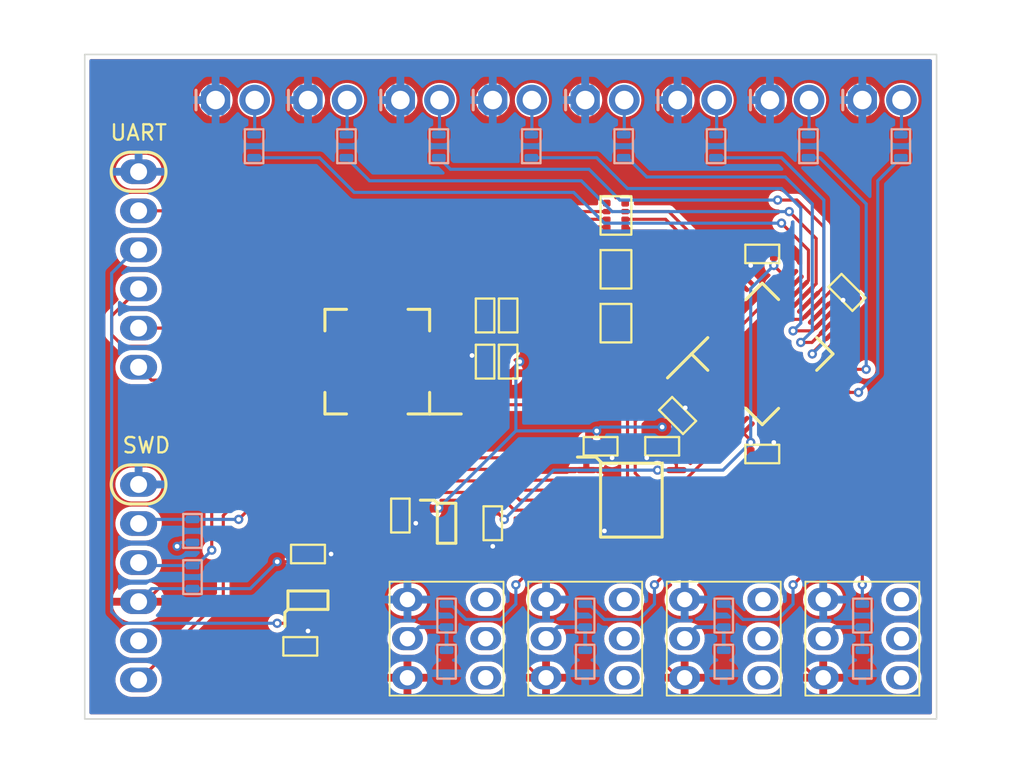
<source format=kicad_pcb>
(kicad_pcb (version 20211014) (generator pcbnew)
  (layers (0 "F.Cu" signal) (31 "B.Cu" signal) (34 "B.Paste" user) (35 "F.Paste" user) (36 "B.SilkS" user "B.Silkscreen") (37 "F.SilkS" user "F.Silkscreen") (38 "B.Mask" user) (39 "F.Mask" user) (44 "Edge.Cuts" user))
  (net 0 "")
  (net 1 "+5V")
  (net 2 "GND")
  (net 3 "VCC")
  (net 4 "+1V8")
  (net 5 "/~{RST}")
  (net 6 "Net-(C14-Pad1)")
  (net 7 "Net-(C15-Pad1)")
  (net 8 "Net-(C16-Pad1)")
  (net 9 "Net-(C17-Pad1)")
  (net 10 "Net-(D1-Pad2)")
  (net 11 "Net-(D2-Pad2)")
  (net 12 "Net-(D3-Pad2)")
  (net 13 "Net-(D4-Pad2)")
  (net 14 "Net-(D5-Pad2)")
  (net 15 "Net-(D6-Pad2)")
  (net 16 "Net-(D7-Pad2)")
  (net 17 "Net-(D8-Pad2)")
  (net 18 "/RTS_{OUT}")
  (net 19 "/RX_{IN}")
  (net 20 "/TX_{OUT}")
  (net 21 "/CTS_{IN}")
  (net 22 "/SWCLK")
  (net 23 "/SWDIO")
  (net 25 "/D0")
  (net 26 "/D1")
  (net 27 "/D2")
  (net 28 "/D3")
  (net 29 "/D4")
  (net 30 "/D5")
  (net 31 "/D6")
  (net 32 "/D7")
  (net 33 "/~{S1}")
  (net 34 "/~{S2}")
  (net 35 "/~{S3}")
  (net 36 "/~{S4}")
  (net 37 "/TCK")
  (net 38 "/TMS")
  (net 39 "/TDI")
  (net 40 "/TDO")
  (net 41 "Net-(U1-Pad10)")
  (net 42 "Net-(U1-Pad11)")
  (net 43 "Net-(U1-Pad12)")
  (net 44 "Net-(U1-Pad13)")
  (net 68 "/A0")
  (net 70 "/A1")
  (net 71 "/RB14")
  (net 72 "/A2")
  (net 73 "/RB13")
  (net 74 "/A3")
  (net 75 "/RB12")
  (net 76 "/A4")
  (net 78 "/CLK0")
  (net 79 "/RA0")
  (net 80 "/B12")
  (net 81 "/RCLK0")
  (net 82 "/B13")
  (net 83 "/RCLK3")
  (net 84 "/B14")
  (net 85 "/RB15")
  (net 86 "/B15")
  (net 87 "/RA4")
  (net 88 "/CLK3")
  (net 89 "/RA3")
  (net 90 "/RA2")
  (net 91 "/RA1")
  (footprint "footprints:SW_DIP-6" (layer "F.Cu") (at 188 104 -90)
    (fp_text reference "SW2" hide)
    (fp_text value "SPDT")
  )
  (footprint "footprints:R_0603" (layer "F.Cu") (at 181.5 83 -90)
    (fp_text reference "R17")
    (fp_text value "100k")
  )
  (footprint "footprints:header_1x6" (layer "F.Cu") (at 159 100.33)
    (fp_text reference "J2" hide)
    (fp_text value "SWD")
  )
  (footprint "footprints:SW_DIP-6" (layer "F.Cu") (at 197 104 -90)
    (fp_text reference "SW3" hide)
    (fp_text value "SPDT")
  )
  (footprint "footprints:C_0603" (layer "F.Cu") (at 199.5 92)
    (fp_text reference "C9")
    (fp_text value "22n")
  )
  (footprint "footprints:C_0603" (layer "F.Cu") (at 182 96.5 -90)
    (fp_text reference "C8")
    (fp_text value "1")
  )
  (footprint "footprints:U_TSSOP-14_4.4x5_P0.65" (layer "F.Cu") (at 191 95 -90)
    (fp_text reference "U1" hide)
    (fp_text value "TXU0304")
  )
  (footprint "footprints:C_0603" (layer "F.Cu") (at 193 91.5 180)
    (fp_text reference "C3")
    (fp_text value "22n")
  )
  (footprint "footprints:header_1x6" (layer "F.Cu") (at 159 80.01)
    (fp_text reference "J1" hide)
    (fp_text value "UART")
  )
  (footprint "footprints:LED_D5.0mm" (layer "F.Cu") (at 170 69)
    (fp_text reference "D7" hide)
    (fp_text value "LED" hide)
  )
  (footprint "footprints:C_0603" (layer "F.Cu") (at 189 91.5)
    (fp_text reference "C2")
    (fp_text value "22n")
  )
  (footprint "footprints:LED_D5.0mm" (layer "F.Cu") (at 164 69)
    (fp_text reference "D8" hide)
    (fp_text value "LED" hide)
  )
  (footprint "footprints:R_0408-8" (layer "F.Cu") (at 190 83.5)
    (fp_text reference "R11")
    (fp_text value "RN4")
  )
  (footprint "footprints:U_SOT23-5" (layer "F.Cu") (at 170 101.5 90)
    (fp_text reference "U2" hide)
    (fp_text value "MIC5504-3.3YM5")
  )
  (footprint "footprints:R_0408-8" (layer "F.Cu") (at 190 76.5)
    (fp_text reference "R1")
    (fp_text value "RN4")
  )
  (footprint "footprints:U_QFP-48_7x7_P0.5" (layer "F.Cu") (at 199.5 85.5 45)
    (fp_text reference "U4" hide)
    (fp_text value "LC4032x-T48")
  )
  (footprint "footprints:R_0408-8" (layer "F.Cu") (at 190 80)
    (fp_text reference "R10")
    (fp_text value "RN4")
  )
  (footprint "footprints:C_0603" (layer "F.Cu") (at 169.5 104.5)
    (fp_text reference "C1")
    (fp_text value "1")
  )
  (footprint "footprints:LED_D5.0mm" (layer "F.Cu") (at 182 69)
    (fp_text reference "D5" hide)
    (fp_text value "LED" hide)
  )
  (footprint "footprints:C_0603" (layer "F.Cu") (at 199.5 79 180)
    (fp_text reference "C7")
    (fp_text value "22n")
  )
  (footprint "footprints:LED_D5.0mm" (layer "F.Cu") (at 176 69)
    (fp_text reference "D6" hide)
    (fp_text value "LED" hide)
  )
  (footprint "footprints:C_0603" (layer "F.Cu") (at 170 98.5)
    (fp_text reference "C4")
    (fp_text value "1")
  )
  (footprint "footprints:C_0603" (layer "F.Cu") (at 183 83 90)
    (fp_text reference "C11")
    (fp_text value "22n")
  )
  (footprint "footprints:C_0603" (layer "F.Cu") (at 183 86 90)
    (fp_text reference "C13")
    (fp_text value "22n")
  )
  (footprint "footprints:C_0603" (layer "F.Cu") (at 205 81.5 -45)
    (fp_text reference "C6")
    (fp_text value "22n")
  )
  (footprint "footprints:C_0603" (layer "F.Cu") (at 181.5 86 90)
    (fp_text reference "C12")
    (fp_text value "22n")
  )
  (footprint "footprints:C_0603" (layer "F.Cu") (at 176 96 -90)
    (fp_text reference "C5")
    (fp_text value "1")
  )
  (footprint "footprints:LED_D5.0mm" (layer "F.Cu") (at 206 69)
    (fp_text reference "D1" hide)
    (fp_text value "LED" hide)
  )
  (footprint "footprints:SW_DIP-6" (layer "F.Cu") (at 179 104 -90)
    (fp_text reference "SW1" hide)
    (fp_text value "SPDT")
  )
  (footprint "footprints:LED_D5.0mm" (layer "F.Cu") (at 194 69)
    (fp_text reference "D3" hide)
    (fp_text value "LED" hide)
  )
  (footprint "footprints:U_QFP-32_7x7_P0.8" (layer "F.Cu") (at 174.5 86 180)
    (fp_text reference "U5" hide)
    (fp_text value "STM32G030K8T6")
  )
  (footprint "footprints:SW_DIP-6" (layer "F.Cu") (at 206 104 -90)
    (fp_text reference "SW4" hide)
    (fp_text value "SPDT")
  )
  (footprint "footprints:LED_D5.0mm" (layer "F.Cu") (at 200 69)
    (fp_text reference "D2" hide)
    (fp_text value "LED" hide)
  )
  (footprint "footprints:U_SOT23-5" (layer "F.Cu") (at 179 96.5)
    (fp_text reference "U3" hide)
    (fp_text value "MIC5504-1.8YM5")
  )
  (footprint "footprints:C_0603" (layer "F.Cu") (at 194 89.5 135)
    (fp_text reference "C10")
    (fp_text value "22n")
  )
  (footprint "footprints:LED_D5.0mm" (layer "F.Cu") (at 188 69)
    (fp_text reference "D4" hide)
    (fp_text value "LED" hide)
  )
  (footprint "footprints:R_0603" (layer "B.Cu") (at 172.5 72 -90)
    (fp_text reference "R8")
    (fp_text value "1k")
  )
  (footprint "footprints:C_0603" (layer "B.Cu") (at 197 105.5 -90)
    (fp_text reference "C16")
    (fp_text value "22n")
  )
  (footprint "footprints:C_0603" (layer "B.Cu") (at 206 105.5 -90)
    (fp_text reference "C17")
    (fp_text value "22n")
  )
  (footprint "footprints:R_0603" (layer "B.Cu") (at 188 102.5 90)
    (fp_text reference "R14")
    (fp_text value "1k")
  )
  (footprint "footprints:R_0603" (layer "B.Cu") (at 162.5 97 90)
    (fp_text reference "R19")
    (fp_text value "100k")
  )
  (footprint "footprints:R_0603" (layer "B.Cu") (at 196.5 72 -90)
    (fp_text reference "R4")
    (fp_text value "1k")
  )
  (footprint "footprints:R_0603" (layer "B.Cu") (at 206 102.5 90)
    (fp_text reference "R16")
    (fp_text value "1k")
  )
  (footprint "footprints:R_0603" (layer "B.Cu") (at 208.5 72 -90)
    (fp_text reference "R2")
    (fp_text value "1k")
  )
  (footprint "footprints:R_0603" (layer "B.Cu") (at 178.5 72 -90)
    (fp_text reference "R7")
    (fp_text value "1k")
  )
  (footprint "footprints:R_0603" (layer "B.Cu") (at 197 102.5 90)
    (fp_text reference "R15")
    (fp_text value "1k")
  )
  (footprint "footprints:R_0603" (layer "B.Cu") (at 184.5 72 -90)
    (fp_text reference "R6")
    (fp_text value "1k")
  )
  (footprint "footprints:R_0603" (layer "B.Cu") (at 162.5 100 90)
    (fp_text reference "R18")
    (fp_text value "100k")
  )
  (footprint "footprints:R_0603" (layer "B.Cu") (at 190.5 72 -90)
    (fp_text reference "R5")
    (fp_text value "1k")
  )
  (footprint "footprints:R_0603" (layer "B.Cu") (at 179 102.5 90)
    (fp_text reference "R13")
    (fp_text value "1k")
  )
  (footprint "footprints:R_0603" (layer "B.Cu") (at 202.5 72 -90)
    (fp_text reference "R3")
    (fp_text value "1k")
  )
  (footprint "footprints:C_0603" (layer "B.Cu") (at 188 105.5 -90)
    (fp_text reference "C15")
    (fp_text value "22n")
  )
  (footprint "footprints:R_0603" (layer "B.Cu") (at 166.5 72 -90)
    (fp_text reference "R9")
    (fp_text value "1k")
  )
  (footprint "footprints:C_0603" (layer "B.Cu") (at 179 105.5 -90)
    (fp_text reference "C14")
    (fp_text value "22n")
  )
  (gr_rect (start 155.5 66.04) (end 210.82 109.22) (layer "Edge.Cuts") (width 0.1) (fill none))
  (segment (start 168 103) (end 168.85 103) (width 0.2032) (layer "F.Cu") (net 1))
  (segment (start 169.05 101.95) (end 169.05 102.8) (width 0.2032) (layer "F.Cu") (net 1))
  (segment (start 170.5 101.5) (end 169.5 101.5) (width 0.2032) (layer "F.Cu") (net 1))
  (segment (start 168.85 103) (end 169.05 102.8) (width 0.2032) (layer "F.Cu") (net 1))
  (segment (start 169.5 101.5) (end 169.05 101.95) (width 0.2032) (layer "F.Cu") (net 1))
  (segment (start 168.75 103.1) (end 168.75 104.5) (width 0.2032) (layer "F.Cu") (net 1))
  (segment (start 170.95 102.8) (end 170.95 101.95) (width 0.2032) (layer "F.Cu") (net 1))
  (segment (start 170.95 101.95) (end 170.5 101.5) (width 0.2032) (layer "F.Cu") (net 1))
  (segment (start 169.05 102.8) (end 168.75 103.1) (width 0.2032) (layer "F.Cu") (net 1))
  (via (at 168 103) (size 0.6) (drill 0.3) (layers "F.Cu" "B.Cu") (net 1))
  (segment (start 158.76 78.74) (end 157.25 80.25) (width 0.2032) (layer "B.Cu") (net 1))
  (segment (start 158 103) (end 168 103) (width 0.2032) (layer "B.Cu") (net 1))
  (segment (start 157.25 80.25) (end 157.25 102.25) (width 0.2032) (layer "B.Cu") (net 1))
  (segment (start 157.25 102.25) (end 158 103) (width 0.2032) (layer "B.Cu") (net 1))
  (segment (start 159 78.74) (end 158.76 78.74) (width 0.2032) (layer "B.Cu") (net 1))
  (segment (start 181.5 85.25) (end 183 85.25) (width 0.2032) (layer "F.Cu") (net 2))
  (segment (start 200.25 92) (end 200.25 91.25) (width 0.2032) (layer "F.Cu") (net 2))
  (segment (start 205.53033 82.03033) (end 204.78033 82.03033) (width 0.2032) (layer "F.Cu") (net 2))
  (segment (start 177.7 96.5) (end 177 96.5) (width 0.2032) (layer "F.Cu") (net 2))
  (segment (start 170 102.8) (end 170 103.5) (width 0.2032) (layer "F.Cu") (net 2))
  (segment (start 184 83) (end 184 84.25) (width 0.2032) (layer "F.Cu") (net 2))
  (segment (start 200.737437 90.626524) (end 200.737437 90.762563) (width 0.2032) (layer "F.Cu") (net 2))
  (segment (start 184 84.25) (end 183 85.25) (width 0.2032) (layer "F.Cu") (net 2))
  (segment (start 204.75 82) (end 204.060661 82) (width 0.2032) (layer "F.Cu") (net 2))
  (segment (start 198.75 79) (end 198.75 79.75) (width 0.2032) (layer "F.Cu") (net 2))
  (segment (start 176.75 96.75) (end 177 96.5) (width 0.2032) (layer "F.Cu") (net 2))
  (segment (start 183.25 82.25) (end 184 83) (width 0.2032) (layer "F.Cu") (net 2))
  (segment (start 181 85.25) (end 180.65 85.6) (width 0.2032) (layer "F.Cu") (net 2))
  (segment (start 193.46967 88.96967) (end 194.46967 88.96967) (width 0.2032) (layer "F.Cu") (net 2))
  (segment (start 170.25 103.75) (end 170.25 104.5) (width 0.2032) (layer "F.Cu") (net 2))
  (segment (start 176 96.75) (end 176.75 96.75) (width 0.2032) (layer "F.Cu") (net 2))
  (segment (start 198.262563 80.373476) (end 198.262563 80.237437) (width 0.2032) (layer "F.Cu") (net 2))
  (segment (start 204.78033 82.03033) (end 204.75 82) (width 0.2032) (layer "F.Cu") (net 2))
  (segment (start 194.46967 88.96967) (end 194.5 89) (width 0.2032) (layer "F.Cu") (net 2))
  (segment (start 181.5 85.25) (end 181 85.25) (width 0.2032) (layer "F.Cu") (net 2))
  (segment (start 192.25 92) (end 192.25 91.5) (width 0.2032) (layer "F.Cu") (net 2))
  (segment (start 188.125 97) (end 188.075 96.95) (width 0.2032) (layer "F.Cu") (net 2))
  (segment (start 194.939339 89) (end 194.5 89) (width 0.2032) (layer "F.Cu") (net 2))
  (segment (start 189.25 97) (end 188.125 97) (width 0.2032) (layer "F.Cu") (net 2))
  (segment (start 170 103.5) (end 170.25 103.75) (width 0.2032) (layer "F.Cu") (net 2))
  (segment (start 182 97.25) (end 182 98) (width 0.2032) (layer "F.Cu") (net 2))
  (segment (start 179.1 85.6) (end 180.65 85.6) (width 0.2032) (layer "F.Cu") (net 2))
  (segment (start 192 92.25) (end 192.25 92) (width 0.2032) (layer "F.Cu") (net 2))
  (segment (start 170.75 98.5) (end 171.5 98.5) (width 0.2032) (layer "F.Cu") (net 2))
  (segment (start 198.262563 80.237437) (end 198.75 79.75) (width 0.2032) (layer "F.Cu") (net 2))
  (segment (start 200.737437 90.762563) (end 200.25 91.25) (width 0.2032) (layer "F.Cu") (net 2))
  (segment (start 183 82.25) (end 183.25 82.25) (width 0.2032) (layer "F.Cu") (net 2))
  (segment (start 195.787689 88.15165) (end 194.939339 89) (width 0.2032) (layer "F.Cu") (net 2))
  (segment (start 189.75 91.5) (end 189.75 92.25) (width 0.2032) (layer "F.Cu") (net 2))
  (segment (start 204.060661 82) (end 203.212311 82.84835) (width 0.2032) (layer "F.Cu") (net 2))
  (via (at 182 98) (size 0.6) (drill 0.3) (layers "F.Cu" "B.Cu") (net 2))
  (via (at 198.75 79.75) (size 0.6) (drill 0.3) (layers "F.Cu" "B.Cu") (net 2))
  (via (at 177 96.5) (size 0.6) (drill 0.3) (layers "F.Cu" "B.Cu") (net 2))
  (via (at 189.75 92.25) (size 0.6) (drill 0.3) (layers "F.Cu" "B.Cu") (net 2))
  (via (at 171.5 98.5) (size 0.6) (drill 0.3) (layers "F.Cu" "B.Cu") (net 2))
  (via (at 194.5 89) (size 0.6) (drill 0.3) (layers "F.Cu" "B.Cu") (net 2))
  (via (at 180.65 85.6) (size 0.6) (drill 0.3) (layers "F.Cu" "B.Cu") (net 2))
  (via (at 189.25 97) (size 0.6) (drill 0.3) (layers "F.Cu" "B.Cu") (net 2))
  (via (at 170 103.5) (size 0.6) (drill 0.3) (layers "F.Cu" "B.Cu") (net 2))
  (via (at 192 92.25) (size 0.6) (drill 0.3) (layers "F.Cu" "B.Cu") (net 2))
  (via (at 200.25 91.25) (size 0.6) (drill 0.3) (layers "F.Cu" "B.Cu") (net 2))
  (via (at 204.75 82) (size 0.6) (drill 0.3) (layers "F.Cu" "B.Cu") (net 2))
  (segment (start 161.5 99.55) (end 159.45 101.6) (width 0.2032) (layer "F.Cu") (net 3))
  (segment (start 188.075 93.05) (end 188.075 91.675) (width 0.2032) (layer "F.Cu") (net 3))
  (segment (start 202.96 106.54) (end 201.67 105.25) (width 0.2032) (layer "F.Cu") (net 3))
  (segment (start 179.1 86.4) (end 181.15 86.4) (width 0.2032) (layer "F.Cu") (net 3))
  (segment (start 179.5 104) (end 180.75 105.25) (width 0.2032) (layer "F.Cu") (net 3))
  (segment (start 189.75 105.25) (end 188.46 106.54) (width 0.2032) (layer "F.Cu") (net 3))
  (segment (start 185.46 106.54) (end 185.04 106.54) (width 0.2032) (layer "F.Cu") (net 3))
  (segment (start 204.383883 80.96967) (end 204.46967 80.96967) (width 0.2032) (layer "F.Cu") (net 3))
  (segment (start 203.46 106.54) (end 202.96 106.54) (width 0.2032) (layer "F.Cu") (net 3))
  (segment (start 169 99) (end 169.25 98.75) (width 0.2032) (layer "F.Cu") (net 3))
  (segment (start 176 95.25) (end 172.5 95.25) (width 0.2032) (layer "F.Cu") (net 3))
  (segment (start 193 90.25) (end 193.21967 90.03033) (width 0.2032) (layer "F.Cu") (net 3))
  (segment (start 197.21 106.54) (end 194.46 106.54) (width 0.2032) (layer "F.Cu") (net 3))
  (segment (start 202.103553 83.25) (end 200.75 83.25) (width 0.2032) (layer "F.Cu") (net 3))
  (segment (start 182.5 81.5) (end 183.75 81.5) (width 0.2032) (layer "F.Cu") (net 3))
  (segment (start 188.25 91) (end 188.25 91.5) (width 0.2032) (layer "F.Cu") (net 3))
  (segment (start 194.616117 90.03033) (end 194.53033 90.03033) (width 0.2032) (layer "F.Cu") (net 3))
  (segment (start 181.75 82.25) (end 182.5 81.5) (width 0.2032) (layer "F.Cu") (net 3))
  (segment (start 169.05 98.7) (end 169.25 98.5) (width 0.2032) (layer "F.Cu") (net 3))
  (segment (start 177.7 98.45) (end 179.5 100.25) (width 0.2032) (layer "F.Cu") (net 3))
  (segment (start 183.75 105.25) (end 180.75 105.25) (width 0.2032) (layer "F.Cu") (net 3))
  (segment (start 192.75 105.25) (end 189.75 105.25) (width 0.2032) (layer "F.Cu") (net 3))
  (segment (start 184.5 82.25) (end 184.5 85.25) (width 0.2032) (layer "F.Cu") (net 3))
  (segment (start 177.7 97.45) (end 178.55 97.45) (width 0.2032) (layer "F.Cu") (net 3))
  (segment (start 183.75 86) (end 183 86.75) (width 0.2032) (layer "F.Cu") (net 3))
  (segment (start 172.5 95.25) (end 169.25 98.5) (width 0.2032) (layer "F.Cu") (net 3))
  (segment (start 178.55 95.55) (end 177.7 95.55) (width 0.2032) (layer "F.Cu") (net 3))
  (segment (start 194.04 106.54) (end 192.75 105.25) (width 0.2032) (layer "F.Cu") (net 3))
  (segment (start 193.925 96.95) (end 192.95 96.95) (width 0.2032) (layer "F.Cu") (net 3))
  (segment (start 179.5 100.25) (end 179.5 104) (width 0.2032) (layer "F.Cu") (net 3))
  (segment (start 183.75 81.5) (end 184.5 82.25) (width 0.2032) (layer "F.Cu") (net 3))
  (segment (start 198.5 105.25) (end 197.21 106.54) (width 0.2032) (layer "F.Cu") (net 3))
  (segment (start 179 96) (end 178.55 95.55) (width 0.2032) (layer "F.Cu") (net 3))
  (segment (start 181.15 86.4) (end 181.5 86.75) (width 0.2032) (layer "F.Cu") (net 3))
  (segment (start 197.25 87.396447) (end 196.141243 88.505204) (width 0.2032) (layer "F.Cu") (net 3))
  (segment (start 202.858757 82.494796) (end 202.103553 83.25) (width 0.2032) (layer "F.Cu") (net 3))
  (segment (start 180.75 105.25) (end 179.46 106.54) (width 0.2032) (layer "F.Cu") (net 3))
  (segment (start 169.25 98.75) (end 169.25 98.5) (width 0.2032) (layer "F.Cu") (net 3))
  (segment (start 193.21967 90.03033) (end 194.53033 90.03033) (width 0.2032) (layer "F.Cu") (net 3))
  (segment (start 161.5 98) (end 161.5 99.55) (width 0.2032) (layer "F.Cu") (net 3))
  (segment (start 202.858757 82.494796) (end 204.383883 80.96967) (width 0.2032) (layer "F.Cu") (net 3))
  (segment (start 177.4 95.25) (end 177.7 95.55) (width 0.2032) (layer "F.Cu") (net 3))
  (segment (start 178.55 97.45) (end 179 97) (width 0.2032) (layer "F.Cu") (net 3))
  (segment (start 185.04 106.54) (end 183.75 105.25) (width 0.2032) (layer "F.Cu") (net 3))
  (segment (start 179.46 106.54) (end 176.46 106.54) (width 0.2032) (layer "F.Cu") (net 3))
  (segment (start 188.46 106.54) (end 185.46 106.54) (width 0.2032) (layer "F.Cu") (net 3))
  (segment (start 188.75 90.5) (end 188.25 91) (width 0.2032) (layer "F.Cu") (net 3))
  (segment (start 197.25 86.75) (end 197.25 87.396447) (width 0.2032) (layer "F.Cu") (net 3))
  (segment (start 184.5 85.25) (end 183.75 86) (width 0.2032) (layer "F.Cu") (net 3))
  (segment (start 192.95 96.95) (end 189.05 93.05) (width 0.2032) (layer "F.Cu") (net 3))
  (segment (start 169.05 100.2) (end 169.05 98.7) (width 0.2032) (layer "F.Cu") (net 3))
  (segment (start 176 95.25) (end 177.4 95.25) (width 0.2032) (layer "F.Cu") (net 3))
  (segment (start 188.075 91.675) (end 188.25 91.5) (width 0.2032) (layer "F.Cu") (net 3))
  (segment (start 168 99) (end 169 99) (width 0.2032) (layer "F.Cu") (net 3))
  (segment (start 181.5 82.25) (end 181.75 82.25) (width 0.2032) (layer "F.Cu") (net 3))
  (segment (start 200.75 83.25) (end 197.25 86.75) (width 0.2032) (layer "F.Cu") (net 3))
  (segment (start 159.45 101.6) (end 159 101.6) (width 0.2032) (layer "F.Cu") (net 3))
  (segment (start 181.5 86.75) (end 183 86.75) (width 0.2032) (layer "F.Cu") (net 3))
  (segment (start 201.67 105.25) (end 198.5 105.25) (width 0.2032) (layer "F.Cu") (net 3))
  (segment (start 177.7 97.45) (end 177.7 98.45) (width 0.2032) (layer "F.Cu") (net 3))
  (segment (start 189.05 93.05) (end 188.075 93.05) (width 0.2032) (layer "F.Cu") (net 3))
  (segment (start 179 97) (end 179 96) (width 0.2032) (layer "F.Cu") (net 3))
  (segment (start 194.46 106.54) (end 194.04 106.54) (width 0.2032) (layer "F.Cu") (net 3))
  (segment (start 196.141243 88.505204) (end 194.616117 90.03033) (width 0.2032) (layer "F.Cu") (net 3))
  (via (at 161.5 98) (size 0.6) (drill 0.3) (layers "F.Cu" "B.Cu") (net 3))
  (via (at 188.75 90.5) (size 0.6) (drill 0.3) (layers "F.Cu" "B.Cu") (net 3))
  (via (at 178.5 95.5) (size 0.6) (drill 0.3) (layers "F.Cu" "B.Cu") (net 3))
  (via (at 168 99) (size 0.6) (drill 0.3) (layers "F.Cu" "B.Cu") (net 3))
  (via (at 183.75 86) (size 0.6) (drill 0.3) (layers "F.Cu" "B.Cu") (net 3))
  (via (at 193 90.25) (size 0.6) (drill 0.3) (layers "F.Cu" "B.Cu") (net 3))
  (segment (start 188.75 90.5) (end 183.75 90.5) (width 0.2032) (layer "B.Cu") (net 3))
  (segment (start 162.5 97.75) (end 161.75 97.75) (width 0.2032) (layer "B.Cu") (net 3))
  (segment (start 159.85 100.75) (end 159 101.6) (width 0.2032) (layer "B.Cu") (net 3))
  (segment (start 183.5 86.25) (end 183.75 86) (width 0.2032) (layer "B.Cu") (net 3))
  (segment (start 183.75 90.5) (end 183.5 90.5) (width 0.2032) (layer "B.Cu") (net 3))
  (segment (start 183.5 90.5) (end 178.5 95.5) (width 0.2032) (layer "B.Cu") (net 3))
  (segment (start 183.5 90.5) (end 183.5 86.25) (width 0.2032) (layer "B.Cu") (net 3))
  (segment (start 162.5 100.75) (end 166.25 100.75) (width 0.2032) (layer "B.Cu") (net 3))
  (segment (start 166.25 100.75) (end 168 99) (width 0.2032) (layer "B.Cu") (net 3))
  (segment (start 189 90.25) (end 193 90.25) (width 0.2032) (layer "B.Cu") (net 3))
  (segment (start 161.75 97.75) (end 161.5 98) (width 0.2032) (layer "B.Cu") (net 3))
  (segment (start 188.75 90.5) (end 189 90.25) (width 0.2032) (layer "B.Cu") (net 3))
  (segment (start 162.5 100.75) (end 159.85 100.75) (width 0.2032) (layer "B.Cu") (net 3))
  (segment (start 200.737437 80.373476) (end 200.737437 80.237437) (width 0.2032) (layer "F.Cu") (net 4))
  (segment (start 182.25 95.75) (end 182 95.75) (width 0.2032) (layer "F.Cu") (net 4))
  (segment (start 180.3 95.55) (end 182.05 95.55) (width 0.2032) (layer "F.Cu") (net 4))
  (segment (start 193.925 92.675) (end 193.75 92.5) (width 0.2032) (layer "F.Cu") (net 4))
  (segment (start 182.75 96.25) (end 182.25 95.75) (width 0.2032) (layer "F.Cu") (net 4))
  (segment (start 198.75 91.25) (end 198.75 91.113961) (width 0.2032) (layer "F.Cu") (net 4))
  (segment (start 198.75 91.113961) (end 198.262563 90.626524) (width 0.2032) (layer "F.Cu") (net 4))
  (segment (start 193.75 92.5) (end 193.75 91.5) (width 0.2032) (layer "F.Cu") (net 4))
  (segment (start 200.737437 80.237437) (end 200.25 79.75) (width 0.2032) (layer "F.Cu") (net 4))
  (segment (start 182.05 95.55) (end 182.75 96.25) (width 0.2032) (layer "F.Cu") (net 4))
  (segment (start 200.25 79) (end 200.25 79.75) (width 0.2032) (layer "F.Cu") (net 4))
  (segment (start 193.925 93.05) (end 193.925 92.675) (width 0.2032) (layer "F.Cu") (net 4))
  (segment (start 192.7 93.05) (end 193.925 93.05) (width 0.2032) (layer "F.Cu") (net 4))
  (segment (start 198.75 92) (end 198.75 91.25) (width 0.2032) (layer "F.Cu") (net 4))
  (via (at 182.75 96.25) (size 0.6) (drill 0.3) (layers "F.Cu" "B.Cu") (net 4))
  (via (at 200.25 79.75) (size 0.6) (drill 0.3) (layers "F.Cu" "B.Cu") (net 4))
  (via (at 198.75 91.25) (size 0.6) (drill 0.3) (layers "F.Cu" "B.Cu") (net 4))
  (via (at 192.7 93.05) (size 0.6) (drill 0.3) (layers "F.Cu" "B.Cu") (net 4))
  (segment (start 185.95 93.05) (end 192.7 93.05) (width 0.2032) (layer "B.Cu") (net 4))
  (segment (start 198.75 91.25) (end 196.95 93.05) (width 0.2032) (layer "B.Cu") (net 4))
  (segment (start 200.25 79.75) (end 198.75 81.25) (width 0.2032) (layer "B.Cu") (net 4))
  (segment (start 196.95 93.05) (end 192.7 93.05) (width 0.2032) (layer "B.Cu") (net 4))
  (segment (start 198.75 81.25) (end 198.75 91.25) (width 0.2032) (layer "B.Cu") (net 4))
  (segment (start 182.75 96.25) (end 185.95 93.05) (width 0.2032) (layer "B.Cu") (net 4))
  (segment (start 180.2 84.8) (end 179.1 84.8) (width 0.2032) (layer "F.Cu") (net 5))
  (segment (start 159.07 106.68) (end 164.5 101.25) (width 0.2032) (layer "F.Cu") (net 5))
  (segment (start 181.5 83.75) (end 181.25 83.75) (width 0.2032) (layer "F.Cu") (net 5))
  (segment (start 164.5 96) (end 175.7 84.8) (width 0.2032) (layer "F.Cu") (net 5))
  (segment (start 164.5 101.25) (end 164.5 96) (width 0.2032) (layer "F.Cu") (net 5))
  (segment (start 175.7 84.8) (end 179.1 84.8) (width 0.2032) (layer "F.Cu") (net 5))
  (segment (start 183 83.75) (end 181.5 83.75) (width 0.2032) (layer "F.Cu") (net 5))
  (segment (start 159 106.68) (end 159.07 106.68) (width 0.2032) (layer "F.Cu") (net 5))
  (segment (start 181.25 83.75) (end 180.2 84.8) (width 0.2032) (layer "F.Cu") (net 5))
  (segment (start 179 104.75) (end 179 103.25) (width 0.25) (layer "B.Cu") (net 6))
  (segment (start 177.21 103.25) (end 176.46 104) (width 0.25) (layer "B.Cu") (net 6))
  (segment (start 179 103.25) (end 177.21 103.25) (width 0.25) (layer "B.Cu") (net 6))
  (segment (start 186.21 103.25) (end 185.46 104) (width 0.25) (layer "B.Cu") (net 7))
  (segment (start 188 104.75) (end 188 103.25) (width 0.25) (layer "B.Cu") (net 7))
  (segment (start 188 103.25) (end 186.21 103.25) (width 0.25) (layer "B.Cu") (net 7))
  (segment (start 197 103.25) (end 195.21 103.25) (width 0.25) (layer "B.Cu") (net 8))
  (segment (start 195.21 103.25) (end 194.46 104) (width 0.25) (layer "B.Cu") (net 8))
  (segment (start 197 104.75) (end 197 103.25) (width 0.25) (layer "B.Cu") (net 8))
  (segment (start 206 104.75) (end 206 103.25) (width 0.25) (layer "B.Cu") (net 9))
  (segment (start 206 103.25) (end 204.21 103.25) (width 0.25) (layer "B.Cu") (net 9))
  (segment (start 204.21 103.25) (end 203.46 104) (width 0.25) (layer "B.Cu") (net 9))
  (segment (start 208.54 71.21) (end 208.5 71.25) (width 0.2032) (layer "B.Cu") (net 10))
  (segment (start 208.54 69) (end 208.54 71.21) (width 0.2032) (layer "B.Cu") (net 10))
  (segment (start 202.54 69) (end 202.54 71.21) (width 0.2032) (layer "B.Cu") (net 11))
  (segment (start 202.54 71.21) (end 202.5 71.25) (width 0.2032) (layer "B.Cu") (net 11))
  (segment (start 196.54 69) (end 196.54 71.21) (width 0.2032) (layer "B.Cu") (net 12))
  (segment (start 196.54 71.21) (end 196.5 71.25) (width 0.2032) (layer "B.Cu") (net 12))
  (segment (start 190.54 71.21) (end 190.5 71.25) (width 0.2032) (layer "B.Cu") (net 13))
  (segment (start 190.54 69) (end 190.54 71.21) (width 0.2032) (layer "B.Cu") (net 13))
  (segment (start 184.54 71.21) (end 184.5 71.25) (width 0.2032) (layer "B.Cu") (net 14))
  (segment (start 184.54 69) (end 184.54 71.21) (width 0.2032) (layer "B.Cu") (net 14))
  (segment (start 178.54 71.21) (end 178.5 71.25) (width 0.2032) (layer "B.Cu") (net 15))
  (segment (start 178.54 69) (end 178.54 71.21) (width 0.2032) (layer "B.Cu") (net 15))
  (segment (start 172.54 69) (end 172.54 71.21) (width 0.2032) (layer "B.Cu") (net 16))
  (segment (start 172.54 71.21) (end 172.5 71.25) (width 0.2032) (layer "B.Cu") (net 16))
  (segment (start 166.54 71.21) (end 166.5 71.25) (width 0.2032) (layer "B.Cu") (net 17))
  (segment (start 166.54 69) (end 166.54 71.21) (width 0.2032) (layer "B.Cu") (net 17))
  (segment (start 169.9 88) (end 171.25 88) (width 0.2032) (layer "F.Cu") (net 18))
  (segment (start 171.25 88) (end 171.75 87.5) (width 0.2032) (layer "F.Cu") (net 18))
  (segment (start 171.75 87.5) (end 171.75 83.25) (width 0.2032) (layer "F.Cu") (net 18))
  (segment (start 164.7 76.2) (end 159 76.2) (width 0.2032) (layer "F.Cu") (net 18))
  (segment (start 171.75 83.25) (end 164.7 76.2) (width 0.2032) (layer "F.Cu") (net 18))
  (segment (start 158 85) (end 157.25 84.25) (width 0.2032) (layer "F.Cu") (net 19))
  (segment (start 162 85) (end 158 85) (width 0.2032) (layer "F.Cu") (net 19))
  (segment (start 157.25 83.03) (end 159 81.28) (width 0.2032) (layer "F.Cu") (net 19))
  (segment (start 169.9 86.4) (end 163.4 86.4) (width 0.2032) (layer "F.Cu") (net 19))
  (segment (start 157.25 84.25) (end 157.25 83.03) (width 0.2032) (layer "F.Cu") (net 19))
  (segment (start 163.4 86.4) (end 162 85) (width 0.2032) (layer "F.Cu") (net 19))
  (segment (start 163.3 84.8) (end 162.32 83.82) (width 0.2032) (layer "F.Cu") (net 20))
  (segment (start 169.9 84.8) (end 163.3 84.8) (width 0.2032) (layer "F.Cu") (net 20))
  (segment (start 162.32 83.82) (end 159 83.82) (width 0.2032) (layer "F.Cu") (net 20))
  (segment (start 169.9 87.2) (end 159.84 87.2) (width 0.2032) (layer "F.Cu") (net 21))
  (segment (start 159.84 87.2) (end 159 86.36) (width 0.2032) (layer "F.Cu") (net 21))
  (segment (start 165.5 96.25) (end 171.15 90.6) (width 0.2032) (layer "F.Cu") (net 22))
  (segment (start 171.15 90.6) (end 171.7 90.6) (width 0.2032) (layer "F.Cu") (net 22))
  (via (at 165.5 96.25) (size 0.6) (drill 0.3) (layers "F.Cu" "B.Cu") (net 22))
  (segment (start 165.5 96.25) (end 162.5 96.25) (width 0.2032) (layer "B.Cu") (net 22))
  (segment (start 162.5 96.25) (end 159.27 96.25) (width 0.2032) (layer "B.Cu") (net 22))
  (segment (start 159.27 96.25) (end 159 96.52) (width 0.2032) (layer "B.Cu") (net 22))
  (segment (start 163.75 95.5) (end 169.9 89.35) (width 0.2032) (layer "F.Cu") (net 23))
  (segment (start 163.75 98.25) (end 163.75 95.5) (width 0.2032) (layer "F.Cu") (net 23))
  (segment (start 169.9 89.35) (end 169.9 88.8) (width 0.2032) (layer "F.Cu") (net 23))
  (via (at 163.75 98.25) (size 0.6) (drill 0.3) (layers "F.Cu" "B.Cu") (net 23))
  (segment (start 162.5 99.25) (end 159.19 99.25) (width 0.2032) (layer "B.Cu") (net 23))
  (segment (start 163.75 98.25) (end 162.75 99.25) (width 0.2032) (layer "B.Cu") (net 23))
  (segment (start 159.19 99.25) (end 159 99.06) (width 0.2032) (layer "B.Cu") (net 23))
  (segment (start 162.75 99.25) (end 162.5 99.25) (width 0.2032) (layer "B.Cu") (net 23))
  (segment (start 205.75 88) (end 205.181981 88) (width 0.2032) (layer "F.Cu") (net 25))
  (segment (start 205.181981 88) (end 204.272971 87.09099) (width 0.2032) (layer "F.Cu") (net 25))
  (via (at 205.75 88) (size 0.6) (drill 0.3) (layers "F.Cu" "B.Cu") (net 25))
  (segment (start 207 86.75) (end 207 74.25) (width 0.2032) (layer "B.Cu") (net 25))
  (segment (start 205.75 88) (end 207 86.75) (width 0.2032) (layer "B.Cu") (net 25))
  (segment (start 207 74.25) (end 208.5 72.75) (width 0.2032) (layer "B.Cu") (net 25))
  (segment (start 204.863961 86.5) (end 204.626524 86.737437) (width 0.2032) (layer "F.Cu") (net 26))
  (segment (start 206.25 86.5) (end 204.863961 86.5) (width 0.2032) (layer "F.Cu") (net 26))
  (via (at 206.25 86.5) (size 0.6) (drill 0.3) (layers "F.Cu" "B.Cu") (net 26))
  (segment (start 206.25 75.75) (end 203.25 72.75) (width 0.2032) (layer "B.Cu") (net 26))
  (segment (start 203.25 72.75) (end 202.5 72.75) (width 0.2032) (layer "B.Cu") (net 26))
  (segment (start 206.25 86.5) (end 206.25 75.75) (width 0.2032) (layer "B.Cu") (net 26))
  (segment (start 202.75 85.431981) (end 204.272971 83.90901) (width 0.2032) (layer "F.Cu") (net 27))
  (segment (start 202.75 85.5) (end 202.75 85.431981) (width 0.2032) (layer "F.Cu") (net 27))
  (via (at 202.75 85.5) (size 0.6) (drill 0.3) (layers "F.Cu" "B.Cu") (net 27))
  (segment (start 202.75 85.5) (end 203.5 84.75) (width 0.2032) (layer "B.Cu") (net 27))
  (segment (start 200.75 72.75) (end 196.5 72.75) (width 0.2032) (layer "B.Cu") (net 27))
  (segment (start 203.5 84.75) (end 203.5 75.5) (width 0.2032) (layer "B.Cu") (net 27))
  (segment (start 203.5 75.5) (end 200.75 72.75) (width 0.2032) (layer "B.Cu") (net 27))
  (segment (start 202 84.75) (end 202.724873 84.75) (width 0.2032) (layer "F.Cu") (net 28))
  (segment (start 202.724873 84.75) (end 203.919417 83.555456) (width 0.2032) (layer "F.Cu") (net 28))
  (via (at 202 84.75) (size 0.6) (drill 0.3) (layers "F.Cu" "B.Cu") (net 28))
  (segment (start 201 74) (end 192 74) (width 0.2032) (layer "B.Cu") (net 28))
  (segment (start 192 74) (end 190.75 72.75) (width 0.2032) (layer "B.Cu") (net 28))
  (segment (start 190.75 72.75) (end 190.5 72.75) (width 0.2032) (layer "B.Cu") (net 28))
  (segment (start 202.75 75.75) (end 201 74) (width 0.2032) (layer "B.Cu") (net 28))
  (segment (start 202 84.75) (end 202.75 84) (width 0.2032) (layer "B.Cu") (net 28))
  (segment (start 202.75 84) (end 202.75 75.75) (width 0.2032) (layer "B.Cu") (net 28))
  (segment (start 201.5 84) (end 202.767767 84) (width 0.2032) (layer "F.Cu") (net 29))
  (segment (start 202.767767 84) (end 203.565864 83.201903) (width 0.2032) (layer "F.Cu") (net 29))
  (via (at 201.5 84) (size 0.6) (drill 0.3) (layers "F.Cu" "B.Cu") (net 29))
  (segment (start 200.75 74.75) (end 190.75 74.75) (width 0.2032) (layer "B.Cu") (net 29))
  (segment (start 202 83.5) (end 202 76) (width 0.2032) (layer "B.Cu") (net 29))
  (segment (start 190.75 74.75) (end 188.75 72.75) (width 0.2032) (layer "B.Cu") (net 29))
  (segment (start 188.75 72.75) (end 184.5 72.75) (width 0.2032) (layer "B.Cu") (net 29))
  (segment (start 201.5 84) (end 202 83.5) (width 0.2032) (layer "B.Cu") (net 29))
  (segment (start 202 76) (end 200.75 74.75) (width 0.2032) (layer "B.Cu") (net 29))
  (segment (start 201.75 75.5) (end 203.5 77.25) (width 0.2032) (layer "F.Cu") (net 30))
  (segment (start 200.5 75.5) (end 201.75 75.5) (width 0.2032) (layer "F.Cu") (net 30))
  (segment (start 203.5 77.25) (end 203.5 81.146447) (width 0.2032) (layer "F.Cu") (net 30))
  (segment (start 203.5 81.146447) (end 202.505204 82.141243) (width 0.2032) (layer "F.Cu") (net 30))
  (via (at 200.5 75.5) (size 0.6) (drill 0.3) (layers "F.Cu" "B.Cu") (net 30))
  (segment (start 190.25 75.5) (end 188.25 73.5) (width 0.2032) (layer "B.Cu") (net 30))
  (segment (start 179.25 73.5) (end 178.5 72.75) (width 0.2032) (layer "B.Cu") (net 30))
  (segment (start 188.25 73.5) (end 179.25 73.5) (width 0.2032) (layer "B.Cu") (net 30))
  (segment (start 200.5 75.5) (end 190.25 75.5) (width 0.2032) (layer "B.Cu") (net 30))
  (segment (start 203 80.939339) (end 202.15165 81.787689) (width 0.2032) (layer "F.Cu") (net 31))
  (segment (start 201.25 76.25) (end 203 78) (width 0.2032) (layer "F.Cu") (net 31))
  (segment (start 203 78) (end 203 80.939339) (width 0.2032) (layer "F.Cu") (net 31))
  (via (at 201.25 76.25) (size 0.6) (drill 0.3) (layers "F.Cu" "B.Cu") (net 31))
  (segment (start 174 74.25) (end 172.5 72.75) (width 0.2032) (layer "B.Cu") (net 31))
  (segment (start 187.75 74.25) (end 174 74.25) (width 0.2032) (layer "B.Cu") (net 31))
  (segment (start 189.75 76.25) (end 187.75 74.25) (width 0.2032) (layer "B.Cu") (net 31))
  (segment (start 201.25 76.25) (end 189.75 76.25) (width 0.2032) (layer "B.Cu") (net 31))
  (segment (start 202.5 80.732233) (end 201.798097 81.434136) (width 0.2032) (layer "F.Cu") (net 32))
  (segment (start 202.5 78.75) (end 202.5 80.732233) (width 0.2032) (layer "F.Cu") (net 32))
  (segment (start 200.75 77) (end 202.5 78.75) (width 0.2032) (layer "F.Cu") (net 32))
  (via (at 200.75 77) (size 0.6) (drill 0.3) (layers "F.Cu" "B.Cu") (net 32))
  (segment (start 170.75 72.75) (end 166.5 72.75) (width 0.2032) (layer "B.Cu") (net 32))
  (segment (start 189.25 77) (end 187.25 75) (width 0.2032) (layer "B.Cu") (net 32))
  (segment (start 200.75 77) (end 189.25 77) (width 0.2032) (layer "B.Cu") (net 32))
  (segment (start 173 75) (end 170.75 72.75) (width 0.2032) (layer "B.Cu") (net 32))
  (segment (start 187.25 75) (end 173 75) (width 0.2032) (layer "B.Cu") (net 32))
  (segment (start 204.5 95.5) (end 204.5 90.146447) (width 0.2032) (layer "F.Cu") (net 33))
  (segment (start 204.5 90.146447) (end 202.858757 88.505204) (width 0.2032) (layer "F.Cu") (net 33))
  (segment (start 184.75 99.25) (end 200.75 99.25) (width 0.2032) (layer "F.Cu") (net 33))
  (segment (start 200.75 99.25) (end 204.5 95.5) (width 0.2032) (layer "F.Cu") (net 33))
  (segment (start 183.5 100.5) (end 184.75 99.25) (width 0.2032) (layer "F.Cu") (net 33))
  (via (at 183.5 100.5) (size 0.6) (drill 0.3) (layers "F.Cu" "B.Cu") (net 33))
  (segment (start 183.5 101.75) (end 182.5 102.75) (width 0.2032) (layer "B.Cu") (net 33))
  (segment (start 183.5 100.5) (end 183.5 101.75) (width 0.2032) (layer "B.Cu") (net 33))
  (segment (start 180.25 102.75) (end 179.25 101.75) (width 0.2032) (layer "B.Cu") (net 33))
  (segment (start 179.25 101.75) (end 179 101.75) (width 0.2032) (layer "B.Cu") (net 33))
  (segment (start 182.5 102.75) (end 180.25 102.75) (width 0.2032) (layer "B.Cu") (net 33))
  (segment (start 205 89.939339) (end 203.212311 88.15165) (width 0.2032) (layer "F.Cu") (net 34))
  (segment (start 193 100) (end 201 100) (width 0.2032) (layer "F.Cu") (net 34))
  (segment (start 201 100) (end 205 96) (width 0.2032) (layer "F.Cu") (net 34))
  (segment (start 192.5 100.5) (end 193 100) (width 0.2032) (layer "F.Cu") (net 34))
  (segment (start 205 96) (end 205 89.939339) (width 0.2032) (layer "F.Cu") (net 34))
  (via (at 192.5 100.5) (size 0.6) (drill 0.3) (layers "F.Cu" "B.Cu") (net 34))
  (segment (start 188.25 101.75) (end 188 101.75) (width 0.2032) (layer "B.Cu") (net 34))
  (segment (start 191.5 102.75) (end 189.25 102.75) (width 0.2032) (layer "B.Cu") (net 34))
  (segment (start 192.5 101.75) (end 191.5 102.75) (width 0.2032) (layer "B.Cu") (net 34))
  (segment (start 192.5 100.5) (end 192.5 101.75) (width 0.2032) (layer "B.Cu") (net 34))
  (segment (start 189.25 102.75) (end 188.25 101.75) (width 0.2032) (layer "B.Cu") (net 34))
  (segment (start 205.5 96.5) (end 205.5 89.732233) (width 0.2032) (layer "F.Cu") (net 35))
  (segment (start 205.5 89.732233) (end 203.565864 87.798097) (width 0.2032) (layer "F.Cu") (net 35))
  (segment (start 201.5 100.5) (end 205.5 96.5) (width 0.2032) (layer "F.Cu") (net 35))
  (via (at 201.5 100.5) (size 0.6) (drill 0.3) (layers "F.Cu" "B.Cu") (net 35))
  (segment (start 201.5 100.5) (end 201.5 101.75) (width 0.2032) (layer "B.Cu") (net 35))
  (segment (start 200.5 102.75) (end 198.25 102.75) (width 0.2032) (layer "B.Cu") (net 35))
  (segment (start 201.5 101.75) (end 200.5 102.75) (width 0.2032) (layer "B.Cu") (net 35))
  (segment (start 197.25 101.75) (end 197 101.75) (width 0.2032) (layer "B.Cu") (net 35))
  (segment (start 198.25 102.75) (end 197.25 101.75) (width 0.2032) (layer "B.Cu") (net 35))
  (segment (start 206 89.525127) (end 203.919417 87.444544) (width 0.2032) (layer "F.Cu") (net 36))
  (segment (start 206 100.5) (end 206 89.525127) (width 0.2032) (layer "F.Cu") (net 36))
  (via (at 206 100.5) (size 0.6) (drill 0.3) (layers "F.Cu" "B.Cu") (net 36))
  (segment (start 206 101.75) (end 206 100.5) (width 0.2032) (layer "B.Cu") (net 36))
  (segment (start 184.45 93.7) (end 188.075 93.7) (width 0.2032) (layer "F.Cu") (net 37))
  (segment (start 175.7 90.6) (end 175.7 91.7) (width 0.2032) (layer "F.Cu") (net 37))
  (segment (start 183 92.25) (end 184.45 93.7) (width 0.2032) (layer "F.Cu") (net 37))
  (segment (start 175.7 91.7) (end 176.25 92.25) (width 0.2032) (layer "F.Cu") (net 37))
  (segment (start 176.25 92.25) (end 183 92.25) (width 0.2032) (layer "F.Cu") (net 37))
  (segment (start 174.9 90.6) (end 174.9 91.9) (width 0.2032) (layer "F.Cu") (net 38))
  (segment (start 176 93) (end 182.75 93) (width 0.2032) (layer "F.Cu") (net 38))
  (segment (start 184.1 94.35) (end 188.075 94.35) (width 0.2032) (layer "F.Cu") (net 38))
  (segment (start 174.9 91.9) (end 176 93) (width 0.2032) (layer "F.Cu") (net 38))
  (segment (start 182.75 93) (end 184.1 94.35) (width 0.2032) (layer "F.Cu") (net 38))
  (segment (start 183.75 95) (end 188.075 95) (width 0.2032) (layer "F.Cu") (net 39))
  (segment (start 174.1 90.6) (end 174.1 92.1) (width 0.2032) (layer "F.Cu") (net 39))
  (segment (start 182.5 93.75) (end 183.75 95) (width 0.2032) (layer "F.Cu") (net 39))
  (segment (start 174.1 92.1) (end 175.75 93.75) (width 0.2032) (layer "F.Cu") (net 39))
  (segment (start 175.75 93.75) (end 182.5 93.75) (width 0.2032) (layer "F.Cu") (net 39))
  (segment (start 182.25 94.5) (end 183.4 95.65) (width 0.2032) (layer "F.Cu") (net 40))
  (segment (start 183.4 95.65) (end 188.075 95.65) (width 0.2032) (layer "F.Cu") (net 40))
  (segment (start 173.3 92.3) (end 175.5 94.5) (width 0.2032) (layer "F.Cu") (net 40))
  (segment (start 175.5 94.5) (end 182.25 94.5) (width 0.2032) (layer "F.Cu") (net 40))
  (segment (start 173.3 90.6) (end 173.3 92.3) (width 0.2032) (layer "F.Cu") (net 40))
  (segment (start 196.318019 85.5) (end 201.09099 80.727029) (width 0.2032) (layer "F.Cu") (net 41))
  (segment (start 190.75 89) (end 194.25 85.5) (width 0.2032) (layer "F.Cu") (net 41))
  (segment (start 190.75 93.75) (end 190.75 89) (width 0.2032) (layer "F.Cu") (net 41))
  (segment (start 193.925 95.65) (end 192.65 95.65) (width 0.2032) (layer "F.Cu") (net 41))
  (segment (start 194.25 85.5) (end 196.318019 85.5) (width 0.2032) (layer "F.Cu") (net 41))
  (segment (start 192.65 95.65) (end 190.75 93.75) (width 0.2032) (layer "F.Cu") (net 41))
  (segment (start 191.25 89.860913) (end 194.373476 86.737437) (width 0.2032) (layer "F.Cu") (net 42))
  (segment (start 191.25 93.25) (end 191.25 89.860913) (width 0.2032) (layer "F.Cu") (net 42))
  (segment (start 193.925 95) (end 193 95) (width 0.2032) (layer "F.Cu") (net 42))
  (segment (start 193 95) (end 191.25 93.25) (width 0.2032) (layer "F.Cu") (net 42))
  (segment (start 203.75 85.5) (end 199.5 89.75) (width 0.2032) (layer "F.Cu") (net 43))
  (segment (start 199.5 89.75) (end 199.5 92.5) (width 0.2032) (layer "F.Cu") (net 43))
  (segment (start 199.5 92.5) (end 197.65 94.35) (width 0.2032) (layer "F.Cu") (net 43))
  (segment (start 204.626524 84.262563) (end 203.75 85.139087) (width 0.2032) (layer "F.Cu") (net 43))
  (segment (start 197.65 94.35) (end 193.925 94.35) (width 0.2032) (layer "F.Cu") (net 43))
  (segment (start 203.75 85.139087) (end 203.75 85.5) (width 0.2032) (layer "F.Cu") (net 43))
  (segment (start 193.925 93.7) (end 194.481981 93.7) (width 0.2032) (layer "F.Cu") (net 44))
  (segment (start 194.481981 93.7) (end 197.90901 90.272971) (width 0.2032) (layer "F.Cu") (net 44))
  (segment (start 176.5 80) (end 177 79.5) (width 0.2032) (layer "F.Cu") (net 68))
  (segment (start 177 79.5) (end 187 79.5) (width 0.2032) (layer "F.Cu") (net 68))
  (segment (start 187 79.5) (end 188.25 80.75) (width 0.2032) (layer "F.Cu") (net 68))
  (segment (start 176.5 81.4) (end 176.5 80) (width 0.2032) (layer "F.Cu") (net 68))
  (segment (start 188.25 80.75) (end 189.5 80.75) (width 0.2032) (layer "F.Cu") (net 68))
  (segment (start 177.975 81.4) (end 177.3 81.4) (width 0.2032) (layer "F.Cu") (net 70))
  (segment (start 179.375 80) (end 177.975 81.4) (width 0.2032) (layer "F.Cu") (net 70))
  (segment (start 189.375 82.75) (end 186.625 80) (width 0.2032) (layer "F.Cu") (net 70))
  (segment (start 189.5 82.75) (end 189.375 82.75) (width 0.2032) (layer "F.Cu") (net 70))
  (segment (start 186.625 80) (end 179.375 80) (width 0.2032) (layer "F.Cu") (net 70))
  (segment (start 191 77.5) (end 193.267767 77.5) (width 0.2032) (layer "F.Cu") (net 71))
  (segment (start 193.267767 77.5) (end 197.201903 81.434136) (width 0.2032) (layer "F.Cu") (net 71))
  (segment (start 190.75 77.25) (end 191 77.5) (width 0.2032) (layer "F.Cu") (net 71))
  (segment (start 190.5 77.25) (end 190.75 77.25) (width 0.2032) (layer "F.Cu") (net 71))
  (segment (start 180 80.5) (end 186 80.5) (width 0.2032) (layer "F.Cu") (net 72))
  (segment (start 177.5 83.5) (end 177.5 83) (width 0.2032) (layer "F.Cu") (net 72))
  (segment (start 177.5 83) (end 180 80.5) (width 0.2032) (layer "F.Cu") (net 72))
  (segment (start 178 84) (end 177.5 83.5) (width 0.2032) (layer "F.Cu") (net 72))
  (segment (start 188.75 83.25) (end 189.5 83.25) (width 0.2032) (layer "F.Cu") (net 72))
  (segment (start 179.1 84) (end 178 84) (width 0.2032) (layer "F.Cu") (net 72))
  (segment (start 186 80.5) (end 188.75 83.25) (width 0.2032) (layer "F.Cu") (net 72))
  (segment (start 193.224873 76.75) (end 197.555456 81.080583) (width 0.2032) (layer "F.Cu") (net 73))
  (segment (start 190.5 76.75) (end 193.224873 76.75) (width 0.2032) (layer "F.Cu") (net 73))
  (segment (start 185.5 81) (end 180.75 81) (width 0.2032) (layer "F.Cu") (net 74))
  (segment (start 189.5 83.75) (end 188.25 83.75) (width 0.2032) (layer "F.Cu") (net 74))
  (segment (start 188.25 83.75) (end 185.5 81) (width 0.2032) (layer "F.Cu") (net 74))
  (segment (start 179.1 82.65) (end 179.1 83.2) (width 0.2032) (layer "F.Cu") (net 74))
  (segment (start 180.75 81) (end 179.1 82.65) (width 0.2032) (layer "F.Cu") (net 74))
  (segment (start 193.431981 76.25) (end 197.90901 80.727029) (width 0.2032) (layer "F.Cu") (net 75))
  (segment (start 190.5 76.25) (end 193.431981 76.25) (width 0.2032) (layer "F.Cu") (net 75))
  (segment (start 179.1 88.8) (end 184.95 88.8) (width 0.2032) (layer "F.Cu") (net 76))
  (segment (start 184.95 88.8) (end 189.5 84.25) (width 0.2032) (layer "F.Cu") (net 76))
  (segment (start 176.75 79) (end 175.7 80.05) (width 0.2032) (layer "F.Cu") (net 78))
  (segment (start 188.75 80.25) (end 187.5 79) (width 0.2032) (layer "F.Cu") (net 78))
  (segment (start 189.5 80.25) (end 188.75 80.25) (width 0.2032) (layer "F.Cu") (net 78))
  (segment (start 187.5 79) (end 176.75 79) (width 0.2032) (layer "F.Cu") (net 78))
  (segment (start 175.7 80.05) (end 175.7 81.4) (width 0.2032) (layer "F.Cu") (net 78))
  (segment (start 190.5 80.75) (end 191.75 80.75) (width 0.2032) (layer "F.Cu") (net 79))
  (segment (start 191.75 80.75) (end 192.5 81.5) (width 0.2032) (layer "F.Cu") (net 79))
  (segment (start 194.439339 81.5) (end 195.787689 82.84835) (width 0.2032) (layer "F.Cu") (net 79))
  (segment (start 192.5 81.5) (end 194.439339 81.5) (width 0.2032) (layer "F.Cu") (net 79))
  (segment (start 171.7 80.3) (end 175.75 76.25) (width 0.2032) (layer "F.Cu") (net 80))
  (segment (start 175.75 76.25) (end 189.5 76.25) (width 0.2032) (layer "F.Cu") (net 80))
  (segment (start 171.7 81.4) (end 171.7 80.3) (width 0.2032) (layer "F.Cu") (net 80))
  (segment (start 193 81) (end 194.646447 81) (width 0.2032) (layer "F.Cu") (net 81))
  (segment (start 194.646447 81) (end 196.141243 82.494796) (width 0.2032) (layer "F.Cu") (net 81))
  (segment (start 190.5 80.25) (end 192.25 80.25) (width 0.2032) (layer "F.Cu") (net 81))
  (segment (start 192.25 80.25) (end 193 81) (width 0.2032) (layer "F.Cu") (net 81))
  (segment (start 176 76.75) (end 172.5 80.25) (width 0.2032) (layer "F.Cu") (net 82))
  (segment (start 172.5 80.25) (end 172.5 81.4) (width 0.2032) (layer "F.Cu") (net 82))
  (segment (start 189.5 76.75) (end 176 76.75) (width 0.2032) (layer "F.Cu") (net 82))
  (segment (start 194.853553 80.5) (end 196.494796 82.141243) (width 0.2032) (layer "F.Cu") (net 83))
  (segment (start 193.46875 80.5) (end 194.853553 80.5) (width 0.2032) (layer "F.Cu") (net 83))
  (segment (start 192.71875 79.75) (end 193.46875 80.5) (width 0.2032) (layer "F.Cu") (net 83))
  (segment (start 190.5 79.75) (end 192.71875 79.75) (width 0.2032) (layer "F.Cu") (net 83))
  (segment (start 176.25 77.25) (end 189.5 77.25) (width 0.2032) (layer "F.Cu") (net 84))
  (segment (start 173.3 81.4) (end 173.3 80.2) (width 0.2032) (layer "F.Cu") (net 84))
  (segment (start 173.3 80.2) (end 176.25 77.25) (width 0.2032) (layer "F.Cu") (net 84))
  (segment (start 193.25 79.25) (end 190.5 79.25) (width 0.2032) (layer "F.Cu") (net 85))
  (segment (start 196.84835 81.787689) (end 195.03033 79.969669) (width 0.2032) (layer "F.Cu") (net 85))
  (segment (start 195.03033 79.969669) (end 193.969669 79.969669) (width 0.2032) (layer "F.Cu") (net 85))
  (segment (start 193.969669 79.969669) (end 193.25 79.25) (width 0.2032) (layer "F.Cu") (net 85))
  (segment (start 174.1 80.15) (end 174.1 81.4) (width 0.2032) (layer "F.Cu") (net 86))
  (segment (start 188.25 78) (end 176.25 78) (width 0.2032) (layer "F.Cu") (net 86))
  (segment (start 176.25 78) (end 174.1 80.15) (width 0.2032) (layer "F.Cu") (net 86))
  (segment (start 189.5 79.25) (end 188.25 78) (width 0.2032) (layer "F.Cu") (net 86))
  (segment (start 190.75 84.5) (end 194.136039 84.5) (width 0.2032) (layer "F.Cu") (net 87))
  (segment (start 190.5 84.25) (end 190.75 84.5) (width 0.2032) (layer "F.Cu") (net 87))
  (segment (start 194.136039 84.5) (end 194.373476 84.262563) (width 0.2032) (layer "F.Cu") (net 87))
  (segment (start 189.125 79.75) (end 189.5 79.75) (width 0.2032) (layer "F.Cu") (net 88))
  (segment (start 174.9 81.4) (end 174.9 80.1) (width 0.2032) (layer "F.Cu") (net 88))
  (segment (start 174.9 80.1) (end 176.5 78.5) (width 0.2032) (layer "F.Cu") (net 88))
  (segment (start 176.5 78.5) (end 187.875 78.5) (width 0.2032) (layer "F.Cu") (net 88))
  (segment (start 187.875 78.5) (end 189.125 79.75) (width 0.2032) (layer "F.Cu") (net 88))
  (segment (start 193.818019 83) (end 193.25 83) (width 0.2032) (layer "F.Cu") (net 89))
  (segment (start 192.5 83.75) (end 190.5 83.75) (width 0.2032) (layer "F.Cu") (net 89))
  (segment (start 193.25 83) (end 192.5 83.75) (width 0.2032) (layer "F.Cu") (net 89))
  (segment (start 194.727029 83.90901) (end 193.818019 83) (width 0.2032) (layer "F.Cu") (net 89))
  (segment (start 192.9375 82.5) (end 194.025127 82.5) (width 0.2032) (layer "F.Cu") (net 90))
  (segment (start 192.1875 83.25) (end 192.9375 82.5) (width 0.2032) (layer "F.Cu") (net 90))
  (segment (start 194.025127 82.5) (end 195.080583 83.555456) (width 0.2032) (layer "F.Cu") (net 90))
  (segment (start 190.5 83.25) (end 192.1875 83.25) (width 0.2032) (layer "F.Cu") (net 90))
  (segment (start 191.625 82.75) (end 192.375 82) (width 0.2032) (layer "F.Cu") (net 91))
  (segment (start 190.5 82.75) (end 191.625 82.75) (width 0.2032) (layer "F.Cu") (net 91))
  (segment (start 192.375 82) (end 194.232233 82) (width 0.2032) (layer "F.Cu") (net 91))
  (segment (start 194.232233 82) (end 195.434136 83.201903) (width 0.2032) (layer "F.Cu") (net 91))
  (zone (net 3) (net_name "VCC") (layer "F.Cu") (connect_pads (clearance 0.3048)) (min_thickness 0.2032) (fill yes (thermal_gap 0.508) (thermal_bridge_width 0.508))
    (polygon (pts (xy 216.5 113) (xy 150 111.5) (xy 152 62.5) (xy 216 62.5)))
  )
  (zone (net 2) (net_name "GND") (layer "B.Cu") (connect_pads (clearance 0.3048)) (min_thickness 0.2032) (fill yes (thermal_gap 0.508) (thermal_bridge_width 0.508))
    (polygon (pts (xy 213.75 112) (xy 152.75 110) (xy 153.25 63.75) (xy 215.5 63.5)))
  )
)
</source>
